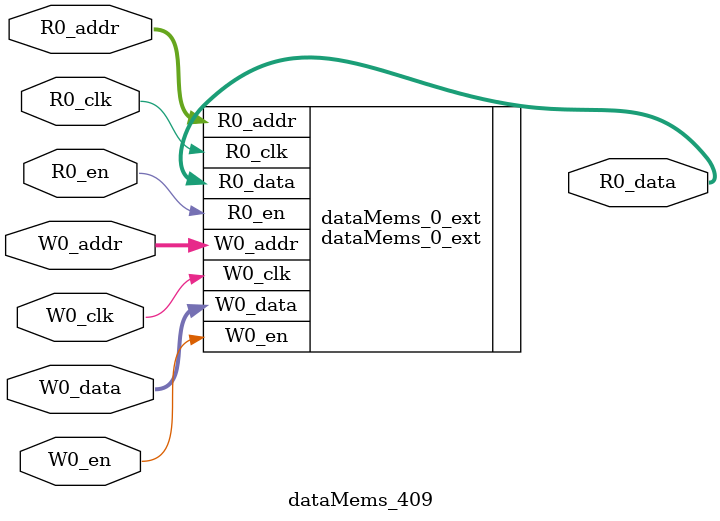
<source format=sv>
`ifndef RANDOMIZE
  `ifdef RANDOMIZE_REG_INIT
    `define RANDOMIZE
  `endif // RANDOMIZE_REG_INIT
`endif // not def RANDOMIZE
`ifndef RANDOMIZE
  `ifdef RANDOMIZE_MEM_INIT
    `define RANDOMIZE
  `endif // RANDOMIZE_MEM_INIT
`endif // not def RANDOMIZE

`ifndef RANDOM
  `define RANDOM $random
`endif // not def RANDOM

// Users can define 'PRINTF_COND' to add an extra gate to prints.
`ifndef PRINTF_COND_
  `ifdef PRINTF_COND
    `define PRINTF_COND_ (`PRINTF_COND)
  `else  // PRINTF_COND
    `define PRINTF_COND_ 1
  `endif // PRINTF_COND
`endif // not def PRINTF_COND_

// Users can define 'ASSERT_VERBOSE_COND' to add an extra gate to assert error printing.
`ifndef ASSERT_VERBOSE_COND_
  `ifdef ASSERT_VERBOSE_COND
    `define ASSERT_VERBOSE_COND_ (`ASSERT_VERBOSE_COND)
  `else  // ASSERT_VERBOSE_COND
    `define ASSERT_VERBOSE_COND_ 1
  `endif // ASSERT_VERBOSE_COND
`endif // not def ASSERT_VERBOSE_COND_

// Users can define 'STOP_COND' to add an extra gate to stop conditions.
`ifndef STOP_COND_
  `ifdef STOP_COND
    `define STOP_COND_ (`STOP_COND)
  `else  // STOP_COND
    `define STOP_COND_ 1
  `endif // STOP_COND
`endif // not def STOP_COND_

// Users can define INIT_RANDOM as general code that gets injected into the
// initializer block for modules with registers.
`ifndef INIT_RANDOM
  `define INIT_RANDOM
`endif // not def INIT_RANDOM

// If using random initialization, you can also define RANDOMIZE_DELAY to
// customize the delay used, otherwise 0.002 is used.
`ifndef RANDOMIZE_DELAY
  `define RANDOMIZE_DELAY 0.002
`endif // not def RANDOMIZE_DELAY

// Define INIT_RANDOM_PROLOG_ for use in our modules below.
`ifndef INIT_RANDOM_PROLOG_
  `ifdef RANDOMIZE
    `ifdef VERILATOR
      `define INIT_RANDOM_PROLOG_ `INIT_RANDOM
    `else  // VERILATOR
      `define INIT_RANDOM_PROLOG_ `INIT_RANDOM #`RANDOMIZE_DELAY begin end
    `endif // VERILATOR
  `else  // RANDOMIZE
    `define INIT_RANDOM_PROLOG_
  `endif // RANDOMIZE
`endif // not def INIT_RANDOM_PROLOG_

// Include register initializers in init blocks unless synthesis is set
`ifndef SYNTHESIS
  `ifndef ENABLE_INITIAL_REG_
    `define ENABLE_INITIAL_REG_
  `endif // not def ENABLE_INITIAL_REG_
`endif // not def SYNTHESIS

// Include rmemory initializers in init blocks unless synthesis is set
`ifndef SYNTHESIS
  `ifndef ENABLE_INITIAL_MEM_
    `define ENABLE_INITIAL_MEM_
  `endif // not def ENABLE_INITIAL_MEM_
`endif // not def SYNTHESIS

module dataMems_409(	// @[generators/ara/src/main/scala/UnsafeAXI4ToTL.scala:365:62]
  input  [4:0]  R0_addr,
  input         R0_en,
  input         R0_clk,
  output [66:0] R0_data,
  input  [4:0]  W0_addr,
  input         W0_en,
  input         W0_clk,
  input  [66:0] W0_data
);

  dataMems_0_ext dataMems_0_ext (	// @[generators/ara/src/main/scala/UnsafeAXI4ToTL.scala:365:62]
    .R0_addr (R0_addr),
    .R0_en   (R0_en),
    .R0_clk  (R0_clk),
    .R0_data (R0_data),
    .W0_addr (W0_addr),
    .W0_en   (W0_en),
    .W0_clk  (W0_clk),
    .W0_data (W0_data)
  );
endmodule


</source>
